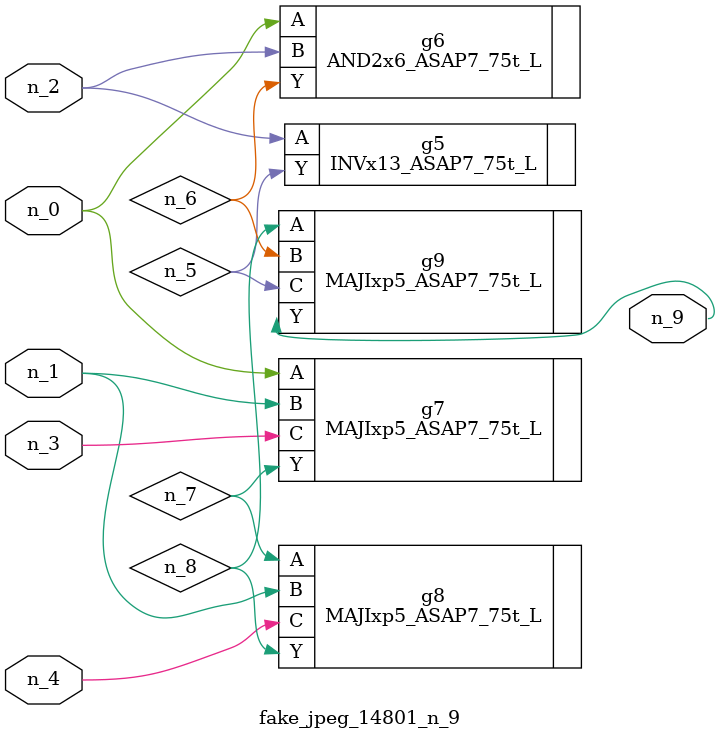
<source format=v>
module fake_jpeg_14801_n_9 (n_3, n_2, n_1, n_0, n_4, n_9);

input n_3;
input n_2;
input n_1;
input n_0;
input n_4;

output n_9;

wire n_8;
wire n_6;
wire n_5;
wire n_7;

INVx13_ASAP7_75t_L g5 ( 
.A(n_2),
.Y(n_5)
);

AND2x6_ASAP7_75t_L g6 ( 
.A(n_0),
.B(n_2),
.Y(n_6)
);

MAJIxp5_ASAP7_75t_L g7 ( 
.A(n_0),
.B(n_1),
.C(n_3),
.Y(n_7)
);

MAJIxp5_ASAP7_75t_L g8 ( 
.A(n_7),
.B(n_1),
.C(n_4),
.Y(n_8)
);

MAJIxp5_ASAP7_75t_L g9 ( 
.A(n_8),
.B(n_6),
.C(n_5),
.Y(n_9)
);


endmodule
</source>
